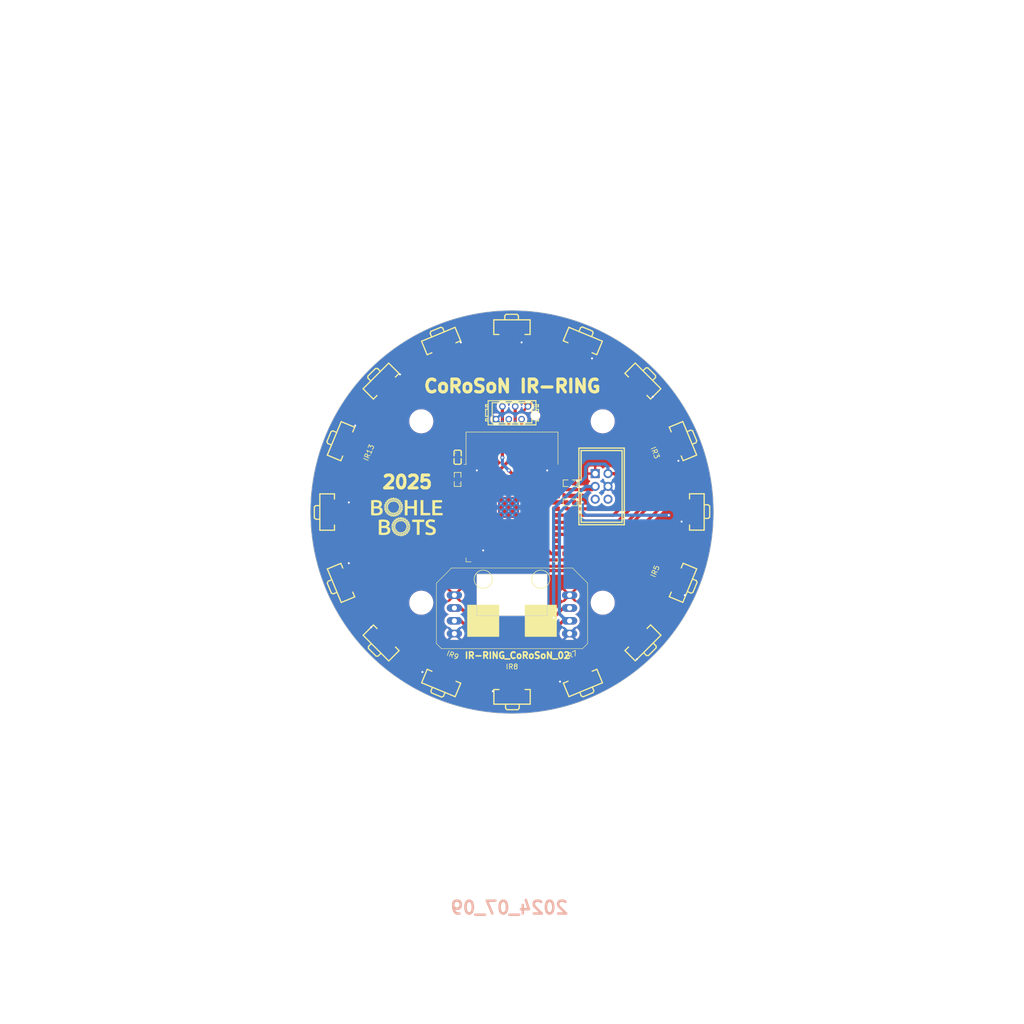
<source format=kicad_pcb>
(kicad_pcb (version 20240108) (generator "pcbnew") (generator_version "8.0")
  (layers (0 "F.Cu" signal) (31 "B.Cu" signal) (34 "B.Paste" user) (35 "F.Paste" user) (36 "B.SilkS" user "B.Silkscreen") (37 "F.SilkS" user "F.Silkscreen") (38 "B.Mask" user) (39 "F.Mask" user) (44 "Edge.Cuts" user))
  (net 0 "")
  (net 1 "D17")
  (net 2 "D18")
  (net 10 "D19")
  (net 12 "D20")
  (net 13 "D1")
  (net 14 "GND")
  (net 15 "+3.3V")
  (net 16 "D2")
  (net 17 "D3")
  (net 18 "D4")
  (net 19 "D9")
  (net 20 "D10")
  (net 21 "D11")
  (net 22 "D12")
  (net 23 "D13")
  (net 24 "D14")
  (net 25 "D15")
  (net 26 "D16")
  (net 27 "D5")
  (net 28 "D6")
  (net 29 "D7")
  (net 30 "D8")
  (net 31 "EN")
  (net 32 "Boot")
  (net 33 "Data")
  (net 34 "RX")
  (net 35 "TX")
  (net 36 "Clock")
  (footprint "BohleBots:SENSOR-SMD_TSSP6038TR" (layer "F.Cu") (at -25.5 25.5 -45)
    (property "Reference" "IR10" (hide yes))
    (property "Value" "TSSP6038TR" (hide yes))
    (pad "1" smd rect (at -1.905004 0 315) (size 0.9 2.2) (layers "F.Cu" "F.Paste" "F.Mask") (net 14 "GND"))
    (pad "2" smd rect (at -0.635002 0 315) (size 0.9 2.2) (layers "F.Cu" "F.Paste" "F.Mask"))
    (pad "3" smd rect (at 0.635002 0 315) (size 0.9 2.2) (layers "F.Cu" "F.Paste" "F.Mask") (net 15 "+3.3V"))
    (pad "4" smd rect (at 1.905004 0 315) (size 0.9 2.2) (layers "F.Cu" "F.Paste" "F.Mask") (net 25 "D15"))
  )
  (footprint "BohleBots:SENSOR-SMD_TSSP6038TR" (layer "F.Cu") (at -33.3 -13.8 -112.5)
    (property "Reference" "IR13" (at 0 -5.300025 67.5) (layer "F.SilkS"))
    (property "Value" "TSSP6038TR" (hide yes))
    (pad "1" smd rect (at -1.905004 0 247.5) (size 0.9 2.2) (layers "F.Cu" "F.Paste" "F.Mask") (net 14 "GND"))
    (pad "2" smd rect (at -0.635 0 247.5) (size 0.9 2.2) (layers "F.Cu" "F.Paste" "F.Mask"))
    (pad "3" smd rect (at 0.635 0 247.5) (size 0.9 2.2) (layers "F.Cu" "F.Paste" "F.Mask") (net 15 "+3.3V"))
    (pad "4" smd rect (at 1.905004 0 247.5) (size 0.9 2.2) (layers "F.Cu" "F.Paste" "F.Mask") (net 28 "D6"))
  )
  (footprint "BohleBots:SENSOR-SMD_TSSP6038TR" (layer "F.Cu") (at -25.5 -25.5 -135)
    (property "Reference" "IR14" (hide yes))
    (property "Value" "TSSP6038TR" (hide yes))
    (pad "1" smd rect (at -1.905004 0 225) (size 0.9 2.2) (layers "F.Cu" "F.Paste" "F.Mask") (net 14 "GND"))
    (pad "2" smd rect (at -0.635002 0 225) (size 0.9 2.2) (layers "F.Cu" "F.Paste" "F.Mask"))
    (pad "3" smd rect (at 0.635002 0 225) (size 0.9 2.2) (layers "F.Cu" "F.Paste" "F.Mask") (net 15 "+3.3V"))
    (pad "4" smd rect (at 1.905004 0 225) (size 0.9 2.2) (layers "F.Cu" "F.Paste" "F.Mask") (net 29 "D7"))
  )
  (footprint "BohleBots:SENSOR-SMD_TSSP6038TR" (layer "F.Cu") (at 25.5 25.5 45)
    (property "Reference" "IR6" (hide yes))
    (property "Value" "TSSP6038TR" (hide yes))
    (pad "1" smd rect (at -1.905004 0 45) (size 0.9 2.2) (layers "F.Cu" "F.Paste" "F.Mask") (net 14 "GND"))
    (pad "2" smd rect (at -0.635002 0 45) (size 0.9 2.2) (layers "F.Cu" "F.Paste" "F.Mask"))
    (pad "3" smd rect (at 0.635002 0 45) (size 0.9 2.2) (layers "F.Cu" "F.Paste" "F.Mask") (net 15 "+3.3V"))
    (pad "4" smd rect (at 1.905004 0 45) (size 0.9 2.2) (layers "F.Cu" "F.Paste" "F.Mask") (net 21 "D11"))
  )
  (footprint "BohleBots:SENSOR-SMD_TSSP6038TR" (layer "F.Cu") (at -13.8 -33.3 -157.5)
    (property "Reference" "IR15" (hide yes))
    (property "Value" "TSSP6038TR" (hide yes))
    (pad "1" smd rect (at -1.905004 0 202.5) (size 0.9 2.2) (layers "F.Cu" "F.Paste" "F.Mask") (net 14 "GND"))
    (pad "2" smd rect (at -0.635 0 202.5) (size 0.9 2.2) (layers "F.Cu" "F.Paste" "F.Mask"))
    (pad "3" smd rect (at 0.635 0 202.5) (size 0.9 2.2) (layers "F.Cu" "F.Paste" "F.Mask") (net 15 "+3.3V"))
    (pad "4" smd rect (at 1.905004 0 202.5) (size 0.9 2.2) (layers "F.Cu" "F.Paste" "F.Mask") (net 30 "D8"))
  )
  (footprint "BohleBots:ESP32-WROOM-32-small" (layer "F.Cu") (at 0 0)
    (property "Reference" "U1" (hide yes))
    (property "Value" "ESP32-WROOM-32" (hide yes))
    (pad "1" smd rect (at -8.75 -8.25) (size 1.5 0.9) (layers "F.Cu" "F.Paste" "F.Mask") (net 14 "GND"))
    (pad "2" smd rect (at -8.75 -6.98) (size 1.5 0.9) (layers "F.Cu" "F.Paste" "F.Mask") (net 15 "+3.3V"))
    (pad "3" smd rect (at -8.75 -5.71) (size 1.5 0.9) (layers "F.Cu" "F.Paste" "F.Mask") (net 31 "EN"))
    (pad "4" smd rect (at -8.75 -4.44) (size 1.5 0.9) (layers "F.Cu" "F.Paste" "F.Mask") (net 10 "D19"))
    (pad "5" smd rect (at -8.75 -3.17) (size 1.5 0.9) (layers "F.Cu" "F.Paste" "F.Mask") (net 12 "D20"))
    (pad "6" smd rect (at -8.75 -1.9) (size 1.5 0.9) (layers "F.Cu" "F.Paste" "F.Mask") (net 30 "D8"))
    (pad "7" smd rect (at -8.75 -0.63) (size 1.5 0.9) (layers "F.Cu" "F.Paste" "F.Mask") (net 29 "D7"))
    (pad "8" smd rect (at -8.75 0.64) (size 1.5 0.9) (layers "F.Cu" "F.Paste" "F.Mask") (net 28 "D6"))
    (pad "9" smd rect (at -8.75 1.91) (size 1.5 0.9) (layers "F.Cu" "F.Paste" "F.Mask") (net 27 "D5"))
    (pad "10" smd rect (at -8.75 3.18) (size 1.5 0.9) (layers "F.Cu" "F.Paste" "F.Mask") (net 26 "D16"))
    (pad "11" smd rect (at -8.75 4.45) (size 1.5 0.9) (layers "F.Cu" "F.Paste" "F.Mask") (net 25 "D15"))
    (pad "12" smd rect (at -8.75 5.72) (size 1.5 0.9) (layers "F.Cu" "F.Paste" "F.Mask") (net 24 "D14"))
    (pad "13" smd rect (at -8.75 6.99) (size 1.5 0.9) (layers "F.Cu" "F.Paste" "F.Mask") (net 23 "D13"))
    (pad "14" smd rect (at -8.75 8.26) (size 1.5 0.9) (layers "F.Cu" "F.Paste" "F.Mask"))
    (pad "15" smd rect (at -5.71 9.51 90) (size 1.5 0.9) (layers "F.Cu" "F.Paste" "F.Mask") (net 14 "GND"))
    (pad "16" smd rect (at -4.44 9.51 90) (size 1.5 0.9) (layers "F.Cu" "F.Paste" "F.Mask") (net 22 "D12"))
    (pad "17" smd rect (at -3.17 9.51 90) (size 1.5 0.9) (layers "F.Cu" "F.Paste" "F.Mask"))
    (pad "18" smd rect (at -1.9 9.51 90) (size 1.5 0.9) (layers "F.Cu" "F.Paste" "F.Mask"))
    (pad "19" smd rect (at -0.63 9.51 90) (size 1.5 0.9) (layers "F.Cu" "F.Paste" "F.Mask"))
    (pad "20" smd rect (at 0.64 9.51 90) (size 1.5 0.9) (layers "F.Cu" "F.Paste" "F.Mask"))
    (pad "21" smd rect (at 1.91 9.51 90) (size 1.5 0.9) (layers "F.Cu" "F.Paste" "F.Mask"))
    (pad "22" smd rect (at 3.18 9.51 90) (size 1.5 0.9) (layers "F.Cu" "F.Paste" "F.Mask"))
    (pad "23" smd rect (at 4.45 9.51 90) (size 1.5 0.9) (layers "F.Cu" "F.Paste" "F.Mask") (net 21 "D11"))
    (pad "24" smd rect (at 5.72 9.51 90) (size 1.5 0.9) (layers "F.Cu" "F.Paste" "F.Mask") (net 20 "D10"))
    (pad "25" smd rect (at 8.75 8.26) (size 1.5 0.9) (layers "F.Cu" "F.Paste" "F.Mask") (net 32 "Boot"))
    (pad "26" smd rect (at 8.75 6.99) (size 1.5 0.9) (layers "F.Cu" "F.Paste" "F.Mask") (net 19 "D9"))
    (pad "27" smd rect (at 8.75 5.72) (size 1.5 0.9) (layers "F.Cu" "F.Paste" "F.Mask") (net 1 "D17"))
    (pad "28" smd rect (at 8.75 4.45) (size 1.5 0.9) (layers "F.Cu" "F.Paste" "F.Mask") (net 18 "D4"))
    (pad "29" smd rect (at 8.75 3.18) (size 1.5 0.9) (layers "F.Cu" "F.Paste" "F.Mask") (net 17 "D3"))
    (pad "30" smd rect (at 8.75 1.91) (size 1.5 0.9) (layers "F.Cu" "F.Paste" "F.Mask") (net 16 "D2"))
    (pad "31" smd rect (at 8.75 0.64) (size 1.5 0.9) (layers "F.Cu" "F.Paste" "F.Mask") (net 13 "D1"))
    (pad "32" smd rect (at 8.75 -0.63) (size 1.5 0.9) (layers "F.Cu" "F.Paste" "F.Mask"))
    (pad "33" smd rect (at 8.75 -1.9) (size 1.5 0.9) (layers "F.Cu" "F.Paste" "F.Mask") (net 33 "Data"))
    (pad "34" smd rect (at 8.75 -3.17) (size 1.5 0.9) (layers "F.Cu" "F.Paste" "F.Mask") (net 34 "RX"))
    (pad "35" smd rect (at 8.75 -4.44) (size 1.5 0.9) (layers "F.Cu" "F.Paste" "F.Mask") (net 35 "TX"))
    (pad "36" smd rect (at 8.75 -5.71) (size 1.5 0.9) (layers "F.Cu" "F.Paste" "F.Mask") (net 36 "Clock"))
    (pad "37" smd rect (at 8.75 -6.98) (size 1.5 0.9) (layers "F.Cu" "F.Paste" "F.Mask") (net 2 "D18"))
    (pad "38" smd rect (at 8.75 -8.25) (size 1.5 0.9) (layers "F.Cu" "F.Paste" "F.Mask") (net 14 "GND"))
    (pad "39" smd rect (at -2.205 -2.435) (size 1.05 1.05) (layers "F.Cu" "F.Paste") (net 14 "GND"))
    (pad "39" thru_hole circle (at -2.205 -1.6725) (size 0.6 0.6) (drill 0.2) (property pad_prop_heatsink) (layers "*.Cu" "F.Mask") (net 14 "GND"))
    (pad "39" smd rect (at -2.205 -0.91) (size 1.05 1.05) (layers "F.Cu" "F.Paste") (net 14 "GND"))
    (pad "39" thru_hole circle (at -2.205 -0.1475) (size 0.6 0.6) (drill 0.2) (property pad_prop_heatsink) (layers "*.Cu" "F.Mask") (net 14 "GND"))
    (pad "39" smd rect (at -2.205 0.615) (size 1.05 1.05) (layers "F.Cu" "F.Paste") (net 14 "GND"))
    (pad "39" thru_hole circle (at -1.4425 -2.435) (size 0.6 0.6) (drill 0.2) (property pad_prop_heatsink) (layers "*.Cu" "F.Mask") (net 14 "GND"))
    (pad "39" thru_hole circle (at -1.4425 -0.91) (size 0.6 0.6) (drill 0.2) (property pad_prop_heatsink) (layers "*.Cu" "F.Mask") (net 14 "GND"))
    (pad "39" thru_hole circle (at -1.4425 0.615) (size 0.6 0.6) (drill 0.2) (property pad_prop_heatsink) (layers "*.Cu" "F.Mask") (net 14 "GND"))
    (pad "39" smd rect (at -0.68 -2.435) (size 1.05 1.05) (layers "F.Cu" "F.Paste") (net 14 "GND"))
    (pad "39" thru_hole circle (at -0.68 -1.6725) (size 0.6 0.6) (drill 0.2) (property pad_prop_heatsink) (layers "*.Cu" "F.Mask") (net 14 "GND"))
    (pad "39" smd rect (at -0.68 -0.91) (size 1.05 1.05) (layers "F.Cu" "F.Paste") (net 14 "GND"))
    (pad "39" smd rect (at -0.68 -0.91) (size 4.2 4.2) (layers "F.Cu" "F.Mask") (net 14 "GND"))
    (pad "39" thru_hole circle (at -0.68 -0.1475) (size 0.6 0.6) (drill 0.2) (property pad_prop_heatsink) (layers "*.Cu" "F.Mask") (net 14 "GND"))
    (pad "39" smd rect (at -0.68 0.615) (size 1.05 1.05) (layers "F.Cu" "F.Paste") (net 14 "GND"))
    (pad "39" thru_hole circle (at 0.0825 -2.435) (size 0.6 0.6) (drill 0.2) (property pad_prop_heatsink) (layers "*.Cu" "F.Mask") (net 14 "GND"))
    (pad "39" thru_hole circle (at 0.0825 -0.91) (size 0.6 0.6) (drill 0.2) (property pad_prop_heatsink) (layers "*.Cu" "F.Mask") (net 14 "GND"))
    (pad "39" thru_hole circle (at 0.0825 0.615) (size 0.6 0.6) (drill 0.2) (property pad_prop_heatsink) (layers "*.Cu" "F.Mask") (net 14 "GND"))
    (pad "39" smd rect (at 0.845 -2.435) (size 1.05 1.05) (layers "F.Cu" "F.Paste") (net 14 "GND"))
    (pad "39" thru_hole circle (at 0.845 -1.6725) (size 0.6 0.6) (drill 0.2) (property pad_prop_heatsink) (layers "*.Cu" "F.Mask") (net 14 "GND"))
    (pad "39" smd rect (at 0.845 -0.91) (size 1.05 1.05) (layers "F.Cu" "F.Paste") (net 14 "GND"))
    (pad "39" thru_hole circle (at 0.845 -0.1475) (size 0.6 0.6) (drill 0.2) (property pad_prop_heatsink) (layers "*.Cu" "F.Mask") (net 14 "GND"))
    (pad "39" smd rect (at 0.845 0.615) (size 1.05 1.05) (layers "F.Cu" "F.Paste") (net 14 "GND"))
  )
  (footprint "BohleBots:HDR-TH_6P-P2.54-V-F-R2-C3-S2.54-4" (layer "F.Cu") (at 17.78 -5.079995 -90)
    (property "Reference" "U2" (hide yes))
    (property "Value" "Pfostenstecker_6_2x3" (hide yes))
    (pad "1" thru_hole rect (at -2.540005 1.270003 270) (size 1.8 1.8) (drill 1.100025) (layers "*.Cu" "*.Mask") (net 15 "+3.3V"))
    (pad "2" thru_hole circle (at -2.540005 -1.270003 270) (size 1.8 1.8) (drill 1.100025) (layers "*.Cu" "*.Mask") (net 33 "Data"))
    (pad "3" thru_hole circle (at 0 1.270003 270) (size 1.8 1.8) (drill 1.100025) (layers "*.Cu" "*.Mask") (net 36 "Clock"))
    (pad "4" thru_hole circle (at 0 -1.270003 270) (size 1.8 1.8) (drill 1.100025) (layers "*.Cu" "*.Mask") (net 14 "GND"))
    (pad "5" thru_hole circle (at 2.540005 1.270003 270) (size 1.8 1.8) (drill 1.100025) (layers "*.Cu" "*.Mask"))
    (pad "6" thru_hole circle (at 2.540005 -1.270003 270) (size 1.8 1.8) (drill 1.100025) (layers "*.Cu" "*.Mask"))
  )
  (footprint "BohleBots:MountingHole_4.3mm_M4" (layer "F.Cu") (at 18 -18)
    (property "Reference" "H2" (hide yes))
    (property "Value" "MountingHole" (hide yes))
    (pad "" np_thru_hole circle (at 0 0) (size 4.3 4.3) (drill 4.3) (layers "*.Cu" "*.Mask"))
  )
  (footprint "BohleBots:MICROMATCH-6" (layer "F.Cu") (at 0 -19.685)
    (property "Reference" "X1" (hide yes))
    (property "Value" "MICROMATCH-6" (hide yes))
    (pad "" np_thru_hole circle (at 4.63 0.55) (size 1.5 1.5) (drill 1.5) (layers "*.Cu" "*.Mask"))
    (pad "1" thru_hole circle (at 3.175 -1.27) (size 1.3208 1.3208) (drill 0.8128) (layers "*.Cu" "*.Mask") (net 15 "+3.3V"))
    (pad "2" thru_hole circle (at 1.905 1.27) (size 1.3208 1.3208) (drill 0.8128) (layers "*.Cu" "*.Mask") (net 35 "TX"))
    (pad "3" thru_hole circle (at 0.635 -1.27) (size 1.3208 1.3208) (drill 0.8128) (layers "*.Cu" "*.Mask") (net 34 "RX"))
    (pad "4" thru_hole circle (at -0.635 1.27) (size 1.3208 1.3208) (drill 0.8128) (layers "*.Cu" "*.Mask") (net 31 "EN"))
    (pad "5" thru_hole circle (at -1.905 -1.27) (size 1.3208 1.3208) (drill 0.8128) (layers "*.Cu" "*.Mask") (net 32 "Boot"))
    (pad "6" thru_hole circle (at -3.175 1.27) (size 1.3208 1.3208) (drill 0.8128) (layers "*.Cu" "*.Mask") (net 14 "GND"))
  )
  (footprint "BohleBots:logo_klein" (layer "F.Cu") (at -21 1)
    (property "Reference" "G***" (hide yes))
    (property "Value" "LOGO" (hide yes))
  )
  (footprint "BohleBots:MountingHole_4.3mm_M4" (layer "F.Cu") (at 18 18)
    (property "Reference" "H1" (hide yes))
    (property "Value" "MountingHole" (hide yes))
    (pad "" np_thru_hole circle (at 0 0) (size 4.3 4.3) (drill 4.3) (layers "*.Cu" "*.Mask"))
  )
  (footprint "BohleBots:R0603" (layer "F.Cu") (at -10.795 -6.468366 90)
    (property "Reference" "R1" (hide yes))
    (property "Value" "SMD-10k" (hide yes))
    (pad "1" smd rect (at -0.753366 0 90) (size 0.806477 0.864008) (layers "F.Cu" "F.Paste" "F.Mask") (net 31 "EN"))
    (pad "2" smd rect (at 0.753366 0 90) (size 0.806477 0.864008) (layers "F.Cu" "F.Paste" "F.Mask") (net 15 "+3.3V"))
  )
  (footprint "BohleBots:C0603" (layer "F.Cu") (at -10.795 -10.860025 -90)
    (property "Reference" "C2" (hide yes))
    (property "Value" "SMD-1uF" (hide yes))
    (pad "1" smd rect (at -0.700025 0 270) (size 0.8 0.9) (layers "F.Cu" "F.Paste" "F.Mask") (net 15 "+3.3V"))
    (pad "2" smd rect (at 0.700025 0 270) (size 0.8 0.9) (layers "F.Cu" "F.Paste" "F.Mask") (net 14 "GND"))
  )
  (footprint "BohleBots:MountingHole_4.3mm_M4" (layer "F.Cu") (at -18 18)
    (property "Reference" "H3" (hide yes))
    (property "Value" "MountingHole" (hide yes))
    (pad "" np_thru_hole circle (at 0 0) (size 4.3 4.3) (drill 4.3) (layers "*.Cu" "*.Mask"))
  )
  (footprint "BohleBots:SENSOR-SMD_TSSP6038TR" (layer "F.Cu") (at -36 0 -90)
    (property "Reference" "IR12" (hide yes))
    (property "Value" "TSSP6038TR" (hide yes))
    (pad "1" smd rect (at -1.905004 0 270) (size 0.9 2.2) (layers "F.Cu" "F.Paste" "F.Mask") (net 14 "GND"))
    (pad "2" smd rect (at -0.635001 0 270) (size 0.9 2.2) (layers "F.Cu" "F.Paste" "F.Mask"))
    (pad "3" smd rect (at 0.635001 0 270) (size 0.9 2.2) (layers "F.Cu" "F.Paste" "F.Mask") (net 15 "+3.3V"))
    (pad "4" smd rect (at 1.905004 0 270) (size 0.9 2.2) (layers "F.Cu" "F.Paste" "F.Mask") (net 27 "D5"))
  )
  (footprint "BohleBots:SENSOR-SMD_TSSP6038TR" (layer "F.Cu") (at 33.3 13.8 67.5)
    (property "Reference" "IR5" (at 0 -5.300025 67.5) (layer "F.SilkS"))
    (property "Value" "TSSP6038TR" (hide yes))
    (pad "1" smd rect (at -1.905004 0 67.5) (size 0.9 2.2) (layers "F.Cu" "F.Paste" "F.Mask") (net 14 "GND"))
    (pad "2" smd rect (at -0.635 0 67.5) (size 0.9 2.2) (layers "F.Cu" "F.Paste" "F.Mask"))
    (pad "3" smd rect (at 0.635 0 67.5) (size 0.9 2.2) (layers "F.Cu" "F.Paste" "F.Mask") (net 15 "+3.3V"))
    (pad "4" smd rect (at 1.905004 0 67.5) (size 0.9 2.2) (layers "F.Cu" "F.Paste" "F.Mask") (net 20 "D10"))
  )
  (footprint "BohleBots:SENSOR-SMD_TSSP6038TR" (layer "F.Cu") (at 36 0 90)
    (property "Reference" "IR4" (hide yes))
    (property "Value" "TSSP6038TR" (hide yes))
    (pad "1" smd rect (at -1.905004 0 90) (size 0.9 2.2) (layers "F.Cu" "F.Paste" "F.Mask") (net 14 "GND"))
    (pad "2" smd rect (at -0.635001 0 90) (size 0.9 2.2) (layers "F.Cu" "F.Paste" "F.Mask"))
    (pad "3" smd rect (at 0.635001 0 90) (size 0.9 2.2) (layers "F.Cu" "F.Paste" "F.Mask") (net 15 "+3.3V"))
    (pad "4" smd rect (at 1.905004 0 90) (size 0.9 2.2) (layers "F.Cu" "F.Paste" "F.Mask") (net 19 "D9"))
  )
  (footprint "BohleBots:SENSOR-SMD_TSSP6038TR" (layer "F.Cu") (at 0 36)
    (property "Reference" "IR8" (at 0 -5.300025 0) (layer "F.SilkS"))
    (property "Value" "TSSP6038TR" (hide yes))
    (pad "1" smd rect (at -1.905004 0) (size 0.9 2.2) (layers "F.Cu" "F.Paste" "F.Mask") (net 14 "GND"))
    (pad "2" smd rect (at -0.635001 0) (size 0.9 2.2) (layers "F.Cu" "F.Paste" "F.Mask"))
    (pad "3" smd rect (at 0.635001 0) (size 0.9 2.2) (layers "F.Cu" "F.Paste" "F.Mask") (net 15 "+3.3V"))
    (pad "4" smd rect (at 1.905004 0) (size 0.9 2.2) (layers "F.Cu" "F.Paste" "F.Mask") (net 23 "D13"))
  )
  (footprint "BohleBots:TASTER_LED" (layer "F.Cu") (at 0 17.145)
    (property "Reference" "Taster_LED1" (hide yes))
    (property "Value" "~" (hide yes))
    (pad "1" thru_hole oval (at -11.43 -0.635) (size 3.016 1.508) (drill 1) (layers "*.Cu" "*.Mask") (net 15 "+3.3V"))
    (pad "2" thru_hole oval (at -11.43 1.905) (size 3.016 1.508) (drill 1) (layers "*.Cu" "*.Mask") (net 33 "Data"))
    (pad "3" thru_hole oval (at -11.43 4.445) (size 3.016 1.508) (drill 1) (layers "*.Cu" "*.Mask") (net 36 "Clock"))
    (pad "4" thru_hole oval (at -11.43 6.985) (size 3.016 1.508) (drill 1) (layers "*.Cu" "*.Mask") (net 14 "GND"))
    (pad "5" thru_hole oval (at 11.43 6.985) (size 3.016 1.508) (drill 1) (layers "*.Cu" "*.Mask") (net 14 "GND"))
    (pad "6" thru_hole oval (at 11.43 4.445) (size 3.016 1.508) (drill 1) (layers "*.Cu" "*.Mask") (net 36 "Clock"))
    (pad "7" thru_hole oval (at 11.43 1.905) (size 3.016 1.508) (drill 1) (layers "*.Cu" "*.Mask") (net 33 "Data"))
    (pad "8" thru_hole oval (at 11.43 -0.635) (size 3.016 1.508) (drill 1) (layers "*.Cu" "*.Mask") (net 15 "+3.3V"))
  )
  (footprint "BohleBots:SENSOR-SMD_TSSP6038TR" (layer "F.Cu") (at 33.3 -13.8 112.5)
    (property "Reference" "IR3" (at 0 -5.300025 112.5) (layer "F.SilkS"))
    (property "Value" "TSSP6038TR" (hide yes))
    (pad "1" smd rect (at -1.905004 0 112.5) (size 0.9 2.2) (layers "F.Cu" "F.Paste" "F.Mask") (net 14 "GND"))
    (pad "2" smd rect (at -0.635 0 112.5) (size 0.9 2.2) (layers "F.Cu" "F.Paste" "F.Mask"))
    (pad "3" smd rect (at 0.635 0 112.5) (size 0.9 2.2) (layers "F.Cu" "F.Paste" "F.Mask") (net 15 "+3.3V"))
    (pad "4" smd rect (at 1.905004 0 112.5) (size 0.9 2.2) (layers "F.Cu" "F.Paste" "F.Mask") (net 18 "D4"))
  )
  (footprint "BohleBots:R0603" (layer "F.Cu") (at 11.548366 -5.715 180)
    (property "Reference" "R3" (hide yes))
    (property "Value" "SMD-10k" (hide yes))
    (pad "1" smd rect (at -0.753366 0 180) (size 0.806477 0.864008) (layers "F.Cu" "F.Paste" "F.Mask") (net 15 "+3.3V"))
    (pad "2" smd rect (at 0.753366 0 180) (size 0.806477 0.864008) (layers "F.Cu" "F.Paste" "F.Mask") (net 36 "Clock"))
  )
  (footprint "BohleBots:SENSOR-SMD_TSSP6038TR" (layer "F.Cu") (at 13.8 33.3 22.5)
    (property "Reference" "IR7" (at 0 -5.300025 22.5) (layer "F.SilkS"))
    (property "Value" "TSSP6038TR" (hide yes))
    (pad "1" smd rect (at -1.905004 0 22.5) (size 0.9 2.2) (layers "F.Cu" "F.Paste" "F.Mask") (net 14 "GND"))
    (pad "2" smd rect (at -0.635 0 22.5) (size 0.9 2.2) (layers "F.Cu" "F.Paste" "F.Mask"))
    (pad "3" smd rect (at 0.635 0 22.5) (size 0.9 2.2) (layers "F.Cu" "F.Paste" "F.Mask") (net 15 "+3.3V"))
    (pad "4" smd rect (at 1.905004 0 22.5) (size 0.9 2.2) (layers "F.Cu" "F.Paste" "F.Mask") (net 22 "D12"))
  )
  (footprint "BohleBots:SENSOR-SMD_TSSP6038TR" (layer "F.Cu") (at 0 -36 180)
    (property "Reference" "IR0" (hide yes))
    (property "Value" "TSSP6038TR" (hide yes))
    (pad "1" smd rect (at -1.905004 0 180) (size 0.9 2.2) (layers "F.Cu" "F.Paste" "F.Mask") (net 14 "GND"))
    (pad "2" smd rect (at -0.635001 0 180) (size 0.9 2.2) (layers "F.Cu" "F.Paste" "F.Mask"))
    (pad "3" smd rect (at 0.635001 0 180) (size 0.9 2.2) (layers "F.Cu" "F.Paste" "F.Mask") (net 15 "+3.3V"))
    (pad "4" smd rect (at 1.905004 0 180) (size 0.9 2.2) (layers "F.Cu" "F.Paste" "F.Mask") (net 13 "D1"))
  )
  (footprint "BohleBots:SENSOR-SMD_TSSP6038TR" (layer "F.Cu") (at -13.8 33.3 -22.5)
    (property "Reference" "IR9" (at 0 -5.300025 157.5) (layer "F.SilkS"))
    (property "Value" "TSSP6038TR" (hide yes))
    (pad "1" smd rect (at -1.905004 0 337.5) (size 0.9 2.2) (layers "F.Cu" "F.Paste" "F.Mask") (net 14 "GND"))
    (pad "2" smd rect (at -0.635 0 337.5) (size 0.9 2.2) (layers "F.Cu" "F.Paste" "F.Mask"))
    (pad "3" smd rect (at 0.635 0 337.5) (size 0.9 2.2) (layers "F.Cu" "F.Paste" "F.Mask") (net 15 "+3.3V"))
    (pad "4" smd rect (at 1.905004 0 337.5) (size 0.9 2.2) (layers "F.Cu" "F.Paste" "F.Mask") (net 24 "D14"))
  )
  (footprint "BohleBots:R0603" (layer "F.Cu") (at 11.548366 -1.905 180)
    (property "Reference" "R2" (hide yes))
    (property "Value" "SMD-10k" (hide yes))
    (pad "1" smd rect (at -0.753366 0 180) (size 0.806477 0.864008) (layers "F.Cu" "F.Paste" "F.Mask") (net 15 "+3.3V"))
    (pad "2" smd rect (at 0.753366 0 180) (size 0.806477 0.864008) (layers "F.Cu" "F.Paste" "F.Mask") (net 33 "Data"))
  )
  (footprint "BohleBots:MountingHole_4.3mm_M4" (layer "F.Cu") (at -18 -18)
    (property "Reference" "H4" (hide yes))
    (property "Value" "MountingHole" (hide yes))
    (pad "" np_thru_hole circle (at 0 0) (size 4.3 4.3) (drill 4.3) (layers "*.Cu" "*.Mask"))
  )
  (footprint "BohleBots:SENSOR-SMD_TSSP6038TR" (layer "F.Cu") (at 25.5 -25.5 135)
    (property "Reference" "IR2" (hide yes))
    (property "Value" "TSSP6038TR" (hide yes))
    (pad "1" smd rect (at -1.905004 0 135) (size 0.9 2.2) (layers "F.Cu" "F.Paste" "F.Mask") (net 14 "GND"))
    (pad "2" smd rect (at -0.635002 0 135) (size 0.9 2.2) (layers "F.Cu" "F.Paste" "F.Mask"))
    (pad "3" smd rect (at 0.635002 0 135) (size 0.9 2.2) (layers "F.Cu" "F.Paste" "F.Mask") (net 15 "+3.3V"))
    (pad "4" smd rect (at 1.905004 0 135) (size 0.9 2.2) (layers "F.Cu" "F.Paste" "F.Mask") (net 17 "D3"))
  )
  (footprint "BohleBots:SENSOR-SMD_TSSP6038TR" (layer "F.Cu") (at -33.3 13.8 -67.5)
    (property "Reference" "IR11" (hide yes))
    (property "Value" "TSSP6038TR" (hide yes))
    (pad "1" smd rect (at -1.905004 0 292.5) (size 0.9 2.2) (layers "F.Cu" "F.Paste" "F.Mask") (net 14 "GND"))
    (pad "2" smd rect (at -0.635 0 292.5) (size 0.9 2.2) (layers "F.Cu" "F.Paste" "F.Mask"))
    (pad "3" smd rect (at 0.635 0 292.5) (size 0.9 2.2) (layers "F.Cu" "F.Paste" "F.Mask") (net 15 "+3.3V"))
    (pad "4" smd rect (at 1.905004 0 292.5) (size 0.9 2.2) (layers "F.Cu" "F.Paste" "F.Mask") (net 26 "D16"))
  )
  (footprint "BohleBots:SENSOR-SMD_TSSP6038TR" (layer "F.Cu") (at 13.8 -33.3 157.5)
    (property "Reference" "IR1" (hide yes))
    (property "Value" "TSSP6038TR" (hide yes))
    (pad "1" smd rect (at -1.905004 0 157.5) (size 0.9 2.2) (layers "F.Cu" "F.Paste" "F.Mask") (net 14 "GND"))
    (pad "2" smd rect (at -0.635 0 157.5) (size 0.9 2.2) (layers "F.Cu" "F.Paste" "F.Mask"))
    (pad "3" smd rect (at 0.635 0 157.5) (size 0.9 2.2) (layers "F.Cu" "F.Paste" "F.Mask") (net 15 "+3.3V"))
    (pad "4" smd rect (at 1.905004 0 157.5) (size 0.9 2.2) (layers "F.Cu" "F.Paste" "F.Mask") (net 16 "D2"))
  )
  (gr_circle (center 0 0) (end 40 0) (stroke (width 0.1)) (fill none) (layer "Edge.Cuts"))
  (gr_rect (start -6.985 12.319) (end 6.985 20.574) (stroke (width 0.1)) (fill none) (layer "Edge.Cuts"))
  (gr_text "2024_07_09" (at 11.43 80.01 0) (layer "B.SilkS") (effects (font (size 2.54 2.54) (thickness 0.508) (bold yes)) (justify left bottom mirror)))
  (gr_text "IR-RING_CoRoSoN_02" (at -9.525 29.21 0) (layer "F.SilkS") (effects (font (size 1.27 1.27) (thickness 0.3048) (bold yes)) (justify left bottom)))
  (gr_text "CoRoSoN IR-RING" (at -17.78 -23.495 0) (layer "F.SilkS") (effects (font (size 2.54 2.54) (thickness 0.635) (bold yes)) (justify left bottom)))
  (gr_text "2025" (at -26.035 -4.445 0) (layer "F.SilkS") (effects (font (size 2.54 2.54) (thickness 0.635) (bold yes)) (justify left bottom)))
  (segment (start -1.905004 -31.115004) (end -1.905004 -36) (width 0.635) (layer "F.Cu") (net 13))
  (segment (start 8.75 0.64) (end 20.115 0.64) (width 0.635) (layer "F.Cu") (net 13))
  (segment (start 23.295 -2.54) (end 23.295 -18.615) (width 0.635) (layer "F.Cu") (net 13))
  (segment (start 23.295 -18.615) (end 19.685 -22.225) (width 0.635) (layer "F.Cu") (net 13))
  (segment (start 20.115 0.64) (end 23.295 -2.54) (width 0.635) (layer "F.Cu") (net 13))
  (segment (start 6.985 -22.225) (end -1.905004 -31.115004) (width 0.635) (layer "F.Cu") (net 13))
  (segment (start 19.685 -22.225) (end 6.985 -22.225) (width 0.635) (layer "F.Cu") (net 13))
  (segment (start 15.559994 -32.570987) (end 15.559994 -30.795006) (width 0.635) (layer "F.Cu") (net 14))
  (segment (start 33.520993 16.51) (end 34.29 16.51) (width 0.635) (layer "F.Cu") (net 14))
  (segment (start -31.115 -17.015981) (end -31.115 -17.145) (width 0.635) (layer "F.Cu") (net 14))
  (segment (start -27.94 23.06) (end -27.94 22.86) (width 0.635) (layer "F.Cu") (net 14))
  (segment (start -34.029013 12.040006) (end -32.385 10.395993) (width 0.635) (layer "F.Cu") (net 14))
  (segment (start 24.152959 26.847041) (end 24.152959 28.597959) (width 0.635) (layer "F.Cu") (net 14))
  (segment (start -6.99 -8.25) (end -6.985 -8.255) (width 0.635) (layer "F.Cu") (net 14))
  (segment (start -16.959013 32.570987) (end -17.78 31.75) (width 0.635) (layer "F.Cu") (net 14))
  (segment (start 33.02 -11.030993) (end 33.02 -10.16) (width 0.635) (layer "F.Cu") (net 14))
  (segment (start -24.152959 -26.847041) (end -22.682959 -26.847041) (width 0.635) (layer "F.Cu") (net 14))
  (segment (start 12.040006 34.029013) (end 9.899013 34.029013) (width 0.635) (layer "F.Cu") (net 14))
  (segment (start -22.682959 -26.847041) (end -22.225 -27.305) (width 0.635) (layer "F.Cu") (net 14))
  (segment (start 6.985 -8.255) (end 6.99 -8.25) (width 0.635) (layer "F.Cu") (net 14))
  (segment (start -10.534013 -34.029013) (end -10.16 -33.655) (width 0.635) (layer "F.Cu") (net 14))
  (segment (start 34.029013 -12.040006) (end 33.02 -11.030993) (width 0.635) (layer "F.Cu") (net 14))
  (segment (start 1.905004 -33.655004) (end 1.905 -33.655) (width 0.635) (layer "F.Cu") (net 14))
  (segment (start 36 1.905004) (end 33.655004 1.905004) (width 0.635) (layer "F.Cu") (net 14))
  (segment (start -8.75 -8.25) (end -6.99 -8.25) (width 0.635) (layer "F.Cu") (net 14))
  (segment (start 27.94 -23.06) (end 27.94 -22.86) (width 0.635) (layer "F.Cu") (net 14))
  (segment (start -8.885 -8.25) (end -10.795 -10.16) (width 0.635) (layer "F.Cu") (net 14))
  (segment (start 15.559994 -30.795006) (end 15.875 -30.48) (width 0.635) (layer "F.Cu") (net 14))
  (segment (start 24.152959 28.597959) (end 24.765 29.21) (width 0.635) (layer "F.Cu") (net 14))
  (segment (start -26.847041 24.152959) (end -27.94 23.06) (width 0.635) (layer "F.Cu") (net 14))
  (segment (start -15.559994 32.570987) (end -16.959013 32.570987) (width 0.635) (layer "F.Cu") (net 14))
  (segment (start -1.905004 36) (end -3.37 36) (width 0.635) (layer "F.Cu") (net 14))
  (segment (start 1.905004 -36) (end 1.905004 -33.655004) (width 0.635) (layer "F.Cu") (net 14))
  (segment (start -36 -1.905004) (end -32.385004 -1.905004) (width 0.635) (layer "F.Cu") (net 14))
  (segment (start 33.655004 1.905004) (end 33.655 1.905) (width 0.635) (layer "F.Cu") (net 14))
  (segment (start -32.385 10.395993) (end -32.385 10.16) (width 0.635) (layer "F.Cu") (net 14))
  (segment (start -32.385 -1.905) (end -32.385004 -1.905004) (width 0.635) (layer "F.Cu") (net 14))
  (segment (start 26.847041 -24.152959) (end 27.94 -23.06) (width 0.635) (layer "F.Cu") (net 14))
  (segment (start -8.75 -8.25) (end -8.885 -8.25) (width 0.635) (layer "F.Cu") (net 14))
  (segment (start -32.570987 -15.559994) (end -31.115 -17.015981) (width 0.635) (layer "F.Cu") (net 14))
  (segment (start -12.040006 -34.029013) (end -10.534013 -34.029013) (width 0.635) (layer "F.Cu") (net 14))
  (segment (start -3.37 36) (end -3.81 35.56) (width 0.635) (layer "F.Cu") (net 14))
  (segment (start -5.71 7.625) (end -5.715 7.62) (width 0.635) (layer "F.Cu") (net 14))
  (segment (start 9.899013 34.029013) (end 9.525 33.655) (width 0.635) (layer "F.Cu") (net 14))
  (segment (start -5.71 9.51) (end -5.71 7.625) (width 0.635) (layer "F.Cu") (net 14))
  (segment (start 32.570987 15.559994) (end 33.520993 16.51) (width 0.635) (layer "F.Cu") (net 14))
  (segment (start 8.75 -8.25) (end 6.99 -8.25) (width 0.635) (layer "F.Cu") (net 14))
  (via (at -17.78 31.75) (size 0.8) (drill 0.4) (layers "F.Cu" "B.Cu") (net 14))
  (via (at 33.655 1.905) (size 0.8) (drill 0.4) (layers "F.Cu" "B.Cu") (net 14))
  (via (at 15.875 -30.48) (size 0.8) (drill 0.4) (layers "F.Cu" "B.Cu") (net 14))
  (via (at 9.525 33.655) (size 0.8) (drill 0.4) (layers "F.Cu" "B.Cu") (net 14))
  (via (at -32.385 10.16) (size 0.8) (drill 0.4) (layers "F.Cu" "B.Cu") (net 14))
  (via (at 33.02 -10.16) (size 0.8) (drill 0.4) (layers "F.Cu" "B.Cu") (net 14))
  (via (at 1.905 -33.655) (size 0.8) (drill 0.4) (layers "F.Cu" "B.Cu") (net 14))
  (via (at 6.99 -8.25) (size 0.8) (drill 0.4) (layers "F.Cu" "B.Cu") (net 14))
  (via (at -10.16 -33.655) (size 0.8) (drill 0.4) (layers "F.Cu" "B.Cu") (net 14))
  (via (at 34.29 16.51) (size 0.8) (drill 0.4) (layers "F.Cu" "B.Cu") (net 14))
  (via (at -5.715 7.62) (size 0.8) (drill 0.4) (layers "F.Cu" "B.Cu") (net 14))
  (via (at -27.94 22.86) (size 0.8) (drill 0.4) (layers "F.Cu" "B.Cu") (net 14))
  (via (at -6.985 -8.255) (size 0.8) (drill 0.4) (layers "F.Cu" "B.Cu") (net 14))
  (via (at -32.385004 -1.905004) (size 0.8) (drill 0.4) (layers "F.Cu" "B.Cu") (net 14))
  (via (at -31.115 -17.145) (size 0.8) (drill 0.4) (layers "F.Cu" "B.Cu") (net 14))
  (via (at -22.225 -27.305) (size 0.8) (drill 0.4) (layers "F.Cu" "B.Cu") (net 14))
  (via (at 24.765 29.21) (size 0.8) (drill 0.4) (layers "F.Cu" "B.Cu") (net 14))
  (via (at -3.81 35.56) (size 0.8) (drill 0.4) (layers "F.Cu" "B.Cu") (net 14))
  (via (at 27.94 -22.86) (size 0.8) (drill 0.4) (layers "F.Cu" "B.Cu") (net 14))
  (segment (start 12.301732 -1.905) (end 13.97 -1.905) (width 0.635) (layer "F.Cu") (net 15))
  (segment (start -10.553268 -6.98) (end -10.795 -7.221732) (width 0.635) (layer "F.Cu") (net 15))
  (segment (start -8.75 -6.98) (end -10.553268 -6.98) (width 0.635) (layer "F.Cu") (net 15))
  (via (at 13.97 -1.905) (size 0.8) (drill 0.4) (layers "F.Cu" "B.Cu") (net 15))
  (via (at 31.115 0.635) (size 0.8) (drill 0.4) (layers "F.Cu" "B.Cu") (net 15))
  (segment (start 13.97 -1.905) (end 13.97 0) (width 0.635) (layer "B.Cu") (net 15))
  (segment (start 14.605 0.635) (end 31.115 0.635) (width 0.635) (layer "B.Cu") (net 15))
  (segment (start 13.97 0) (end 14.605 0.635) (width 0.635) (layer "B.Cu") (net 15))
  (segment (start 24.13 -1.27) (end 24.13 -19.685) (width 0.635) (layer "F.Cu") (net 16))
  (segment (start 17.78 -26.035) (end 14.605 -26.035) (width 0.635) (layer "F.Cu") (net 16))
  (segment (start 8.75 1.91) (end 8.892505 2.052505) (width 0.635) (layer "F.Cu") (net 16))
  (segment (start 10.795 -32.964875) (end 11.859138 -34.029013) (width 0.635) (layer "F.Cu") (net 16))
  (segment (start 24.13 -19.685) (end 17.78 -26.035) (width 0.635) (layer "F.Cu") (net 16))
  (segment (start 20.807495 2.052505) (end 24.13 -1.27) (width 0.635) (layer "F.Cu") (net 16))
  (segment (start 8.892505 2.052505) (end 20.807495 2.052505) (width 0.635) (layer "F.Cu") (net 16))
  (segment (start 14.605 -26.035) (end 10.795 -29.845) (width 0.635) (layer "F.Cu") (net 16))
  (segment (start 10.795 -29.845) (end 10.795 -32.964875) (width 0.635) (layer "F.Cu") (net 16))
  (segment (start 25.4 -20.32) (end 22.225 -23.495) (width 0.635) (layer "F.Cu") (net 17))
  (segment (start 22.225 -24.919082) (end 24.152959 -26.847041) (width 0.635) (layer "F.Cu") (net 17))
  (segment (start 22.225 -23.495) (end 22.225 -24.919082) (width 0.635) (layer "F.Cu") (net 17))
  (segment (start 21.674132 3.18) (end 25.4 -0.545868) (width 0.635) (layer "F.Cu") (net 17))
  (segment (start 8.75 3.18) (end 21.674132 3.18) (width 0.635) (layer "F.Cu") (net 17))
  (segment (start 25.4 -0.545868) (end 25.4 -20.32) (width 0.635) (layer "F.Cu") (net 17))
  (segment (start 27.94 -1.905) (end 27.94 -13.335) (width 0.635) (layer "F.Cu") (net 18))
  (segment (start 8.75 4.45) (end 21.585 4.45) (width 0.635) (layer "F.Cu") (net 18))
  (segment (start 30.164994 -15.559994) (end 32.570987 -15.559994) (width 0.635) (layer "F.Cu") (net 18))
  (segment (start 21.585 4.45) (end 27.94 -1.905) (width 0.635) (layer "F.Cu") (net 18))
  (segment (start 27.94 -13.335) (end 30.164994 -15.559994) (width 0.635) (layer "F.Cu") (net 18))
  (segment (start 30.480004 -1.905004) (end 36 -1.905004) (width 0.635) (layer "F.Cu") (net 19))
  (segment (start 21.585 6.99) (end 30.480004 -1.905004) (width 0.635) (layer "F.Cu") (net 19))
  (segment (start 8.75 6.99) (end 21.585 6.99) (width 0.635) (layer "F.Cu") (net 19))
  (segment (start 5.72 9.51) (end 31.499007 9.51) (width 0.635) (layer "F.Cu") (net 20))
  (segment (start 31.499007 9.51) (end 34.029013 12.040006) (width 0.635) (layer "F.Cu") (net 20))
  (segment (start 4.77 10.795) (end 23.495 10.795) (width 0.635) (layer "F.Cu") (net 21))
  (segment (start 4.45 10.475) (end 4.77 10.795) (width 0.635) (layer "F.Cu") (net 21))
  (segment (start 26.847041 14.147041) (end 26.847041 24.152959) (width 0.635) (layer "F.Cu") (net 21))
  (segment (start 4.45 9.51) (end 4.45 10.475) (width 0.635) (layer "F.Cu") (net 21))
  (segment (start 23.495 10.795) (end 26.847041 14.147041) (width 0.635) (layer "F.Cu") (net 21))
  (segment (start 24.765 14.605) (end 24.765 21.59) (width 0.635) (layer "F.Cu") (net 22))
  (segment (start -4.44 10.475) (end -3.285 11.63) (width 0.635) (layer "F.Cu") (net 22))
  (segment (start -3.285 11.63) (end 21.79 11.63) (width 0.635) (layer "F.Cu") (net 22))
  (segment (start 21.79 11.63) (end 24.765 14.605) (width 0.635) (layer "F.Cu") (net 22))
  (segment (start 24.765 21.59) (end 15.559994 30.795006) (width 0.635) (layer "F.Cu") (net 22))
  (segment (start 15.559994 30.795006) (end 15.559994 32.570987) (width 0.635) (layer "F.Cu") (net 22))
  (segment (start -4.44 9.51) (end -4.44 10.475) (width 0.635) (layer "F.Cu") (net 22))
  (segment (start -10.229132 6.985) (end -10.224132 6.99) (width 0.635) (layer "F.Cu") (net 23))
  (segment (start -24.13 13.335) (end -17.78 6.985) (width 0.635) (layer "F.Cu") (net 23))
  (segment (start -24.13 19.685) (end -24.13 13.335) (width 0.635) (layer "F.Cu") (net 23))
  (segment (start -16.51 27.305) (end -24.13 19.685) (width 0.635) (layer "F.Cu") (net 23))
  (segment (start 0 27.305) (end -16.51 27.305) (width 0.635) (layer "F.Cu") (net 23))
  (segment (start 1.905004 36) (end 1.905004 29.210004) (width 0.635) (layer "F.Cu") (net 23))
  (segment (start -10.224132 6.99) (end -8.75 6.99) (width 0.635) (layer "F.Cu") (net 23))
  (segment (start 1.905004 29.210004) (end 0 27.305) (width 0.635) (layer "F.Cu") (net 23))
  (segment (start -17.78 6.985) (end -10.229132 6.985) (width 0.635) (layer "F.Cu") (net 23))
  (segment (start -15.24 29.845) (end -12.065 29.845) (width 0.635) (layer "F.Cu") (net 24))
  (segment (start -25.4 19.685) (end -15.24 29.845) (width 0.635) (layer "F.Cu") (net 24))
  (segment (start -25.4 13.335) (end -25.4 19.685) (width 0.635) (layer "F.Cu") (net 24))
  (segment (start -11.43 33.419007) (end -12.040006 34.029013) (width 0.635) (layer "F.Cu") (net 24))
  (segment (start -8.75 5.72) (end -17.785 5.72) (width 0.635) (layer "F.Cu") (net 24))
  (segment (start -12.065 29.845) (end -11.43 30.48) (width 0.635) (layer "F.Cu") (net 24))
  (segment (start -17.785 5.72) (end -25.4 13.335) (width 0.635) (layer "F.Cu") (net 24))
  (segment (start -11.43 30.48) (end -11.43 33.419007) (width 0.635) (layer "F.Cu") (net 24))
  (segment (start -24.152959 26.847041) (end -22.86 25.554082) (width 0.635) (layer "F.Cu") (net 25))
  (segment (start -26.67 12.7) (end -18.42 4.45) (width 0.635) (layer "F.Cu") (net 25))
  (segment (start -22.86 24.13) (end -26.67 20.32) (width 0.635) (layer "F.Cu") (net 25))
  (segment (start -18.42 4.45) (end -8.75 4.45) (width 0.635) (layer "F.Cu") (net 25))
  (segment (start -26.67 20.32) (end -26.67 12.7) (width 0.635) (layer "F.Cu") (net 25))
  (segment (start -22.86 25.554082) (end -22.86 24.13) (width 0.635) (layer "F.Cu") (net 25))
  (segment (start -31.434994 15.559994) (end -19.055 3.18) (width 0.635) (layer "F.Cu") (net 26))
  (segment (start -19.055 3.18) (end -8.75 3.18) (width 0.635) (layer "F.Cu") (net 26))
  (segment (start -32.570987 15.559994) (end -31.434994 15.559994) (width 0.635) (layer "F.Cu") (net 26))
  (segment (start -36 1.905004) (end -8.754996 1.905004) (width 0.635) (layer "F.Cu") (net 27))
  (segment (start -8.754996 1.905004) (end -8.75 1.91) (width 0.635) (layer "F.Cu") (net 27))
  (segment (start -8.75 0.64) (end -21.349007 0.64) (width 0.635) (layer "F.Cu") (net 28))
  (segment (start -21.349007 0.64) (end -34.029013 -12.040006) (width 0.635) (layer "F.Cu") (net 28))
  (segment (start -15.235 -0.63) (end -26.847041 -12.242041) (width 0.635) (layer "F.Cu") (net 29))
  (segment (start -8.75 -0.63) (end -15.235 -0.63) (width 0.635) (layer "F.Cu") (net 29))
  (segment (start -26.847041 -12.242041) (end -26.847041 -24.152959) (width 0.635) (layer "F.Cu") (net 29))
  (segment (start -15.559994 -29.525006) (end -23.495 -21.59) (width 0.635) (layer "F.Cu") (net 30))
  (segment (start -15.559994 -32.570987) (end -15.559994 -29.525006) (width 0.635) (layer "F.Cu") (net 30))
  (segment (start -23.495 -21.59) (end -23.495 -15.24) (width 0.635) (layer "F.Cu") (net 30))
  (segment (start -23.495 -15.24) (end -10.155 -1.9) (width 0.635) (layer "F.Cu") (net 30))
  (segment (start -10.155 -1.9) (end -8.75 -1.9) (width 0.635) (layer "F.Cu") (net 30))
  (segment (start -0.635 -10.16) (end -0.635 -18.415) (width 0.635) (layer "F.Cu") (net 31))
  (segment (start -10.79 -5.71) (end -10.795 -5.715) (width 0.635) (layer "F.Cu") (net 31))
  (segment (start -8.75 -5.71) (end -5.085 -5.71) (width 0.635) (layer "F.Cu") (net 31))
  (segment (start -5.085 -5.71) (end -0.635 -10.16) (width 0.635) (layer "F.Cu") (net 31))
  (segment (start -8.75 -5.71) (end -10.79 -5.71) (width 0.635) (layer "F.Cu") (net 31))
  (segment (start 7.785 8.26) (end 5.08 5.555) (width 0.635) (layer "F.Cu") (net 32))
  (segment (start 5.08 -2.54) (end 5.08 5.555) (width 0.635) (layer "F.Cu") (net 32))
  (segment (start 8.75 8.26) (end 7.785 8.26) (width 0.635) (layer "F.Cu") (net 32))
  (segment (start -1.905 -20.955) (end -1.905 -10.795) (width 0.635) (layer "F.Cu") (net 32))
  (segment (start -0.635 -8.255) (end 5.08 -2.54) (width 0.635) (layer "F.Cu") (net 32))
  (via (at -0.635 -8.255) (size 0.8) (drill 0.4) (layers "F.Cu" "B.Cu") (net 32))
  (via (at -1.905 -10.795) (size 0.8) (drill 0.4) (layers "F.Cu" "B.Cu") (net 32))
  (segment (start -1.905 -9.525) (end -0.635 -8.255) (width 0.635) (layer "B.Cu") (net 32))
  (segment (start -1.905 -10.795) (end -1.905 -9.525) (width 0.635) (layer "B.Cu") (net 32))
  (segment (start 20.209132 -0.635) (end 10.795 -0.635) (width 0.635) (layer "F.Cu") (net 33))
  (segment (start 10.79 -1.9) (end 10.795 -1.905) (width 0.635) (layer "F.Cu") (net 33))
  (segment (start 10.16 19.05) (end 11.43 19.05) (width 0.635) (layer "F.Cu") (net 33))
  (segment (start 6.35 22.86) (end 10.16 19.05) (width 0.635) (layer "F.Cu") (net 33))
  (segment (start 19.050003 -7.62) (end 20.32 -7.62) (width 0.635) (layer "F.Cu") (net 33))
  (segment (start 20.32 -7.62) (end 21.59 -6.35) (width 0.635) (layer "F.Cu") (net 33))
  (segment (start -6.35 22.86) (end 6.35 22.86) (width 0.635) (layer "F.Cu") (net 33))
  (segment (start 21.59 -2.015868) (end 20.209132 -0.635) (width 0.635) (layer "F.Cu") (net 33))
  (segment (start -10.16 19.05) (end -6.35 22.86) (width 0.635) (layer "F.Cu") (net 33))
  (segment (start 8.75 -1.9) (end 10.79 -1.9) (width 0.635) (layer "F.Cu") (net 33))
  (segment (start 21.59 -6.35) (end 21.59 -2.015868) (width 0.635) (layer "F.Cu") (net 33))
  (segment (start -11.43 19.05) (end -10.16 19.05) (width 0.635) (layer "F.Cu") (net 33))
  (segment (start 10.795 -0.635) (end 10.795 -1.905) (width 0.635) (layer "F.Cu") (net 33))
  (via (at 8.255 20.955) (size 0.8) (drill 0.4) (layers "F.Cu" "B.Cu") (net 33))
  (segment (start 19.050003 -8.889997) (end 19.050003 -7.62) (width 0.635) (layer "B.Cu") (net 33))
  (segment (start 15.24 -9.525) (end 18.415 -9.525) (width 0.635) (layer "B.Cu") (net 33))
  (segment (start 14.605 -6.985) (end 14.605 -8.89) (width 0.635) (layer "B.Cu") (net 33))
  (segment (start 8.255 -0.635) (end 14.605 -6.985) (width 0.635) (layer "B.Cu") (net 33))
  (segment (start 14.605 -8.89) (end 15.24 -9.525) (width 0.635) (layer "B.Cu") (net 33))
  (segment (start 8.255 20.955) (end 8.255 -0.635) (width 0.635) (layer "B.Cu") (net 33))
  (segment (start 18.415 -9.525) (end 19.050003 -8.889997) (width 0.635) (layer "B.Cu") (net 33))
  (segment (start 7.365 -3.17) (end 0.635 -9.9) (width 0.635) (layer "F.Cu") (net 34))
  (segment (start 0.635 -9.9) (end 0.635 -20.955) (width 0.635) (layer "F.Cu") (net 34))
  (segment (start 8.75 -3.17) (end 7.365 -3.17) (width 0.635) (layer "F.Cu") (net 34))
  (segment (start 7.365 -4.44) (end 1.905 -9.9) (width 0.635) (layer "F.Cu") (net 35))
  (segment (start 1.905 -9.9) (end 1.905 -18.415) (width 0.635) (layer "F.Cu") (net 35))
  (segment (start 8.75 -4.44) (end 7.365 -4.44) (width 0.635) (layer "F.Cu") (net 35))
  (segment (start 8.75 -5.71) (end 10.79 -5.71) (width 0.635) (layer "F.Cu") (net 36))
  (segment (start 7.62 24.13) (end 10.16 21.59) (width 0.635) (layer "F.Cu") (net 36))
  (segment (start 15.875002 -4.445) (end 16.509997 -5.079995) (width 0.635) (layer "F.Cu") (net 36))
  (segment (start 10.79 -5.71) (end 10.795 -5.715) (width 0.635) (layer "F.Cu") (net 36))
  (segment (start 10.16 21.59) (end 11.43 21.59) (width 0.635) (layer "F.Cu") (net 36))
  (segment (start -10.16 21.59) (end -7.62 24.13) (width 0.635) (layer "F.Cu") (net 36))
  (segment (start 10.795 -4.445) (end 15.875002 -4.445) (width 0.635) (layer "F.Cu") (net 36))
  (segment (start -7.62 24.13) (end 7.62 24.13) (width 0.635) (layer "F.Cu") (net 36))
  (segment (start 10.795 -5.715) (end 10.795 -4.445) (width 0.635) (layer "F.Cu") (net 36))
  (segment (start -11.43 21.59) (end -10.16 21.59) (width 0.635) (layer "F.Cu") (net 36))
  (segment (start 9.4045 0.1205) (end 14.604995 -5.079995) (width 0.635) (layer "B.Cu") (net 36))
  (segment (start 9.4045 20.1995) (end 9.4045 0.1205) (width 0.635) (layer "B.Cu") (net 36))
  (segment (start 14.604995 -5.079995) (end 16.509997 -5.079995) (width 0.635) (layer "B.Cu") (net 36))
  (segment (start 10.795 21.59) (end 9.4045 20.1995) (width 0.635) (layer "B.Cu") (net 36))
  (segment (start 11.43 21.59) (end 10.795 21.59) (width 0.635) (layer "B.Cu") (net 36))
  (zone (net 15) (net_name "+3.3V") (layer "F.Cu") (priority 1) (connect_pads (clearance 0.5)) (min_thickness 0.25) (fill yes (thermal_gap 0.5) (thermal_bridge_width 0.5))
    (polygon (pts (xy -101.6 -101.6) (xy 101.6 -101.6) (xy 101.6 101.6) (xy -101.6 101.6)))
  )
  (zone (net 14) (net_name "GND") (layer "B.Cu") (name "GND") (connect_pads (clearance 0.5)) (min_thickness 0.25) (fill yes (thermal_gap 0.5) (thermal_bridge_width 0.5))
    (polygon (pts (xy -101.6 -101.6) (xy 101.6 -101.6) (xy 101.6 101.6) (xy -101.6 101.6)))
  )
)
</source>
